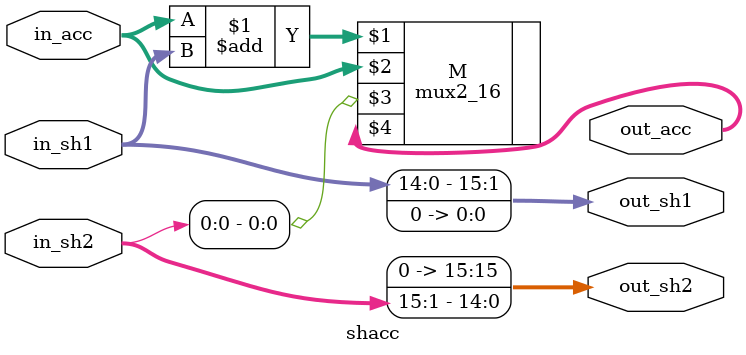
<source format=sv>
module shacc(	input logic [15:0] in_acc, //Se puede solo separar por comas 
					input logic [15:0] in_sh1,
					input logic [15:0] in_sh2,
					output logic [15:0] out_acc,
					output logic [15:0] out_sh1,
					output logic [15:0] out_sh2 );
			mux2_16  M(in_acc + in_sh1, in_acc, in_sh2[0], out_acc); //El multiplexor es de 4 bits
			assign out_sh1 = {in_sh1[14:0], 1'b0};		//Multiplicacion con shifter
			assign out_sh2 = {1'b0, in_sh2[15:1]};		//
endmodule

</source>
